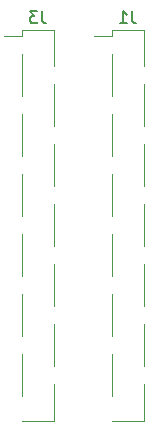
<source format=gbo>
G04 #@! TF.FileFunction,Legend,Bot*
%FSLAX46Y46*%
G04 Gerber Fmt 4.6, Leading zero omitted, Abs format (unit mm)*
G04 Created by KiCad (PCBNEW 4.0.7-e2-6376~58~ubuntu16.04.1) date Sat Jan 13 09:58:48 2018*
%MOMM*%
%LPD*%
G01*
G04 APERTURE LIST*
%ADD10C,0.100000*%
%ADD11C,0.120000*%
%ADD12C,0.150000*%
G04 APERTURE END LIST*
D10*
D11*
X165545000Y-88205000D02*
X162885000Y-88205000D01*
X165545000Y-121345000D02*
X162885000Y-121345000D01*
X162885000Y-90295000D02*
X162885000Y-93855000D01*
X162885000Y-95375000D02*
X162885000Y-98935000D01*
X162885000Y-100455000D02*
X162885000Y-104015000D01*
X162885000Y-105535000D02*
X162885000Y-109095000D01*
X162885000Y-110615000D02*
X162885000Y-114175000D01*
X162885000Y-115695000D02*
X162885000Y-119255000D01*
X165545000Y-88205000D02*
X165545000Y-91315000D01*
X162885000Y-88775000D02*
X161365000Y-88775000D01*
X162885000Y-88205000D02*
X162885000Y-88775000D01*
X165545000Y-120775000D02*
X165545000Y-121345000D01*
X165545000Y-92835000D02*
X165545000Y-96395000D01*
X165545000Y-97915000D02*
X165545000Y-101475000D01*
X165545000Y-102995000D02*
X165545000Y-106555000D01*
X165545000Y-108075000D02*
X165545000Y-111635000D01*
X165545000Y-113155000D02*
X165545000Y-116715000D01*
X165545000Y-118235000D02*
X165545000Y-121345000D01*
X157925000Y-88205000D02*
X155265000Y-88205000D01*
X157925000Y-121345000D02*
X155265000Y-121345000D01*
X155265000Y-90295000D02*
X155265000Y-93855000D01*
X155265000Y-95375000D02*
X155265000Y-98935000D01*
X155265000Y-100455000D02*
X155265000Y-104015000D01*
X155265000Y-105535000D02*
X155265000Y-109095000D01*
X155265000Y-110615000D02*
X155265000Y-114175000D01*
X155265000Y-115695000D02*
X155265000Y-119255000D01*
X157925000Y-88205000D02*
X157925000Y-91315000D01*
X155265000Y-88775000D02*
X153745000Y-88775000D01*
X155265000Y-88205000D02*
X155265000Y-88775000D01*
X157925000Y-120775000D02*
X157925000Y-121345000D01*
X157925000Y-92835000D02*
X157925000Y-96395000D01*
X157925000Y-97915000D02*
X157925000Y-101475000D01*
X157925000Y-102995000D02*
X157925000Y-106555000D01*
X157925000Y-108075000D02*
X157925000Y-111635000D01*
X157925000Y-113155000D02*
X157925000Y-116715000D01*
X157925000Y-118235000D02*
X157925000Y-121345000D01*
D12*
X164548333Y-86657381D02*
X164548333Y-87371667D01*
X164595953Y-87514524D01*
X164691191Y-87609762D01*
X164834048Y-87657381D01*
X164929286Y-87657381D01*
X163548333Y-87657381D02*
X164119762Y-87657381D01*
X163834048Y-87657381D02*
X163834048Y-86657381D01*
X163929286Y-86800238D01*
X164024524Y-86895476D01*
X164119762Y-86943095D01*
X156928333Y-86657381D02*
X156928333Y-87371667D01*
X156975953Y-87514524D01*
X157071191Y-87609762D01*
X157214048Y-87657381D01*
X157309286Y-87657381D01*
X156547381Y-86657381D02*
X155928333Y-86657381D01*
X156261667Y-87038333D01*
X156118809Y-87038333D01*
X156023571Y-87085952D01*
X155975952Y-87133571D01*
X155928333Y-87228810D01*
X155928333Y-87466905D01*
X155975952Y-87562143D01*
X156023571Y-87609762D01*
X156118809Y-87657381D01*
X156404524Y-87657381D01*
X156499762Y-87609762D01*
X156547381Y-87562143D01*
M02*

</source>
